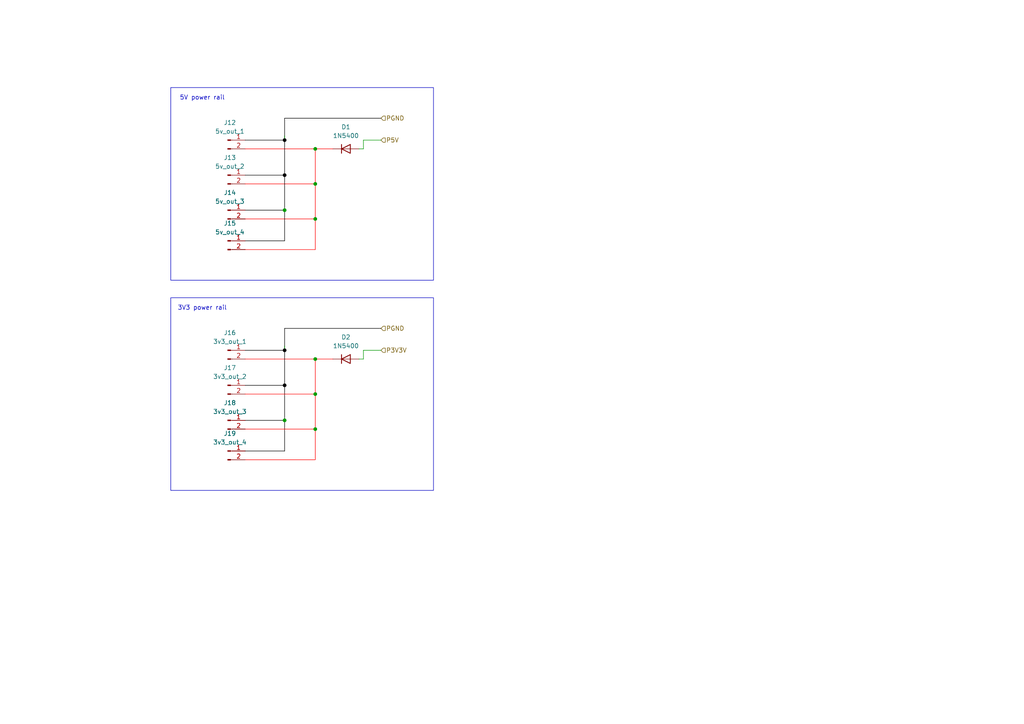
<source format=kicad_sch>
(kicad_sch (version 20250114) (generator "eeschema") (generator_version "9.0")
  (paper "A4")
  (lib_symbols
    (symbol "Connector:Conn_01x02_Pin" (pin_names (offset 1.016) (hide yes))
      (property "Reference" "J" (at 0 2.54 0))
      (property "Value" "Conn_01x02_Pin" (at 0 -5.08 0))
      (symbol "Conn_01x02_Pin_1_1"
        (rectangle (start 0.8636 0.127) (end 0 -0.127) (stroke (width 0.1524)) (fill (type outline)))
        (rectangle (start 0.8636 -2.413) (end 0 -2.667) (stroke (width 0.1524)) (fill (type outline)))
        (polyline (pts (xy 1.27 0) (xy 0.8636 0)) (stroke (width 0.1524)))
        (polyline (pts (xy 1.27 -2.54) (xy 0.8636 -2.54)) (stroke (width 0.1524)))
        (pin passive line (at 5.08 0 180) (length 3.81) (name "Pin_1") (number "1"))
        (pin passive line (at 5.08 -2.54 180) (length 3.81) (name "Pin_2") (number "2"))
      )
    )
    (symbol "Diode:1N5400" (pin_numbers (hide yes)) (pin_names (hide yes))
      (property "Reference" "D" (at 0 2.54 0))
      (property "Value" "1N5400" (at 0 -2.54 0))
      (symbol "1N5400_0_1"
        (polyline (pts (xy -1.27 1.27) (xy -1.27 -1.27)) (stroke (width 0.254)))
        (polyline (pts (xy 1.27 1.27) (xy 1.27 -1.27) (xy -1.27 0) (xy 1.27 1.27)) (stroke (width 0.254)))
        (polyline (pts (xy 1.27 0) (xy -1.27 0)))
      )
      (symbol "1N5400_1_1"
        (pin passive line (at -3.81 0 0) (length 2.54) (name "K") (number "1"))
        (pin passive line (at 3.81 0 180) (length 2.54) (name "A") (number "2"))
      )
    )
  )
  (rectangle (start 49.53 25.4) (end 125.73 81.28))
  (rectangle (start 49.53 86.36) (end 125.73 142.24))
  (text "3V3 power rail" (at 58.674 89.408 0) (effects (font (size 1.27 1.27))))
  (text "5V power rail" (at 58.674 28.448 0) (effects (font (size 1.27 1.27))))
  (junction (at 82.55 111.76) (color 0 0 0 1))
  (junction (at 91.44 63.5))
  (junction (at 82.55 101.6) (color 0 0 0 1))
  (junction (at 91.44 104.14))
  (junction (at 91.44 124.46))
  (junction (at 82.55 60.96))
  (junction (at 82.55 121.92))
  (junction (at 82.55 50.8) (color 0 0 0 1))
  (junction (at 91.44 43.18))
  (junction (at 82.55 40.64) (color 0 0 0 1))
  (junction (at 91.44 114.3))
  (junction (at 91.44 53.34))
  (wire (pts (xy 91.44 43.18) (xy 91.44 53.34)) (stroke (width 0) (color 255 0 0 1)))
  (wire (pts (xy 82.55 101.6) (xy 82.55 100.33)))
  (wire (pts (xy 82.55 130.81) (xy 71.12 130.81)) (stroke (width 0) (color 0 0 0 1)))
  (wire (pts (xy 71.12 53.34) (xy 91.44 53.34)) (stroke (width 0) (color 255 0 0 1)))
  (wire (pts (xy 91.44 104.14) (xy 91.44 114.3)) (stroke (width 0) (color 255 0 0 1)))
  (wire (pts (xy 91.44 43.18) (xy 96.52 43.18)) (stroke (width 0) (color 255 0 0 1)))
  (wire (pts (xy 82.55 95.25) (xy 82.55 101.6)) (stroke (width 0) (color 0 0 0 1)))
  (wire (pts (xy 82.55 34.29) (xy 82.55 40.64)) (stroke (width 0) (color 0 0 0 1)))
  (wire (pts (xy 71.12 43.18) (xy 91.44 43.18)) (stroke (width 0) (color 255 0 0 1)))
  (wire (pts (xy 105.41 43.18) (xy 105.41 40.64)))
  (wire (pts (xy 91.44 114.3) (xy 91.44 124.46)) (stroke (width 0) (color 255 0 0 1)))
  (wire (pts (xy 105.41 104.14) (xy 105.41 101.6)))
  (wire (pts (xy 71.12 63.5) (xy 91.44 63.5)) (stroke (width 0) (color 255 0 0 1)))
  (wire (pts (xy 71.12 104.14) (xy 91.44 104.14)) (stroke (width 0) (color 255 0 0 1)))
  (wire (pts (xy 82.55 40.64) (xy 71.12 40.64)) (stroke (width 0) (color 0 0 0 1)))
  (wire (pts (xy 105.41 40.64) (xy 110.49 40.64)))
  (wire (pts (xy 82.55 121.92) (xy 82.55 111.76)) (stroke (width 0) (color 0 0 0 1)))
  (wire (pts (xy 82.55 40.64) (xy 82.55 39.37)))
  (wire (pts (xy 91.44 124.46) (xy 91.44 133.35)) (stroke (width 0) (color 255 0 0 1)))
  (wire (pts (xy 82.55 50.8) (xy 82.55 40.64)) (stroke (width 0) (color 0 0 0 1)))
  (wire (pts (xy 82.55 60.96) (xy 82.55 50.8)) (stroke (width 0) (color 0 0 0 1)))
  (wire (pts (xy 91.44 63.5) (xy 91.44 72.39)) (stroke (width 0) (color 255 0 0 1)))
  (wire (pts (xy 104.14 43.18) (xy 105.41 43.18)))
  (wire (pts (xy 71.12 124.46) (xy 91.44 124.46)) (stroke (width 0) (color 255 0 0 1)))
  (wire (pts (xy 91.44 104.14) (xy 96.52 104.14)) (stroke (width 0) (color 255 0 0 1)))
  (wire (pts (xy 82.55 69.85) (xy 71.12 69.85)) (stroke (width 0) (color 0 0 0 1)))
  (wire (pts (xy 105.41 101.6) (xy 110.49 101.6)))
  (wire (pts (xy 71.12 60.96) (xy 82.55 60.96)) (stroke (width 0) (color 0 0 0 1)))
  (wire (pts (xy 110.49 95.25) (xy 82.55 95.25)) (stroke (width 0) (color 0 0 0 1)))
  (wire (pts (xy 71.12 121.92) (xy 82.55 121.92)) (stroke (width 0) (color 0 0 0 1)))
  (wire (pts (xy 104.14 104.14) (xy 105.41 104.14)))
  (wire (pts (xy 110.49 34.29) (xy 82.55 34.29)) (stroke (width 0) (color 0 0 0 1)))
  (wire (pts (xy 71.12 114.3) (xy 91.44 114.3)) (stroke (width 0) (color 255 0 0 1)))
  (wire (pts (xy 91.44 133.35) (xy 71.12 133.35)) (stroke (width 0) (color 255 0 0 1)))
  (wire (pts (xy 71.12 50.8) (xy 82.55 50.8)) (stroke (width 0) (color 0 0 0 1)))
  (wire (pts (xy 71.12 111.76) (xy 82.55 111.76)) (stroke (width 0) (color 0 0 0 1)))
  (wire (pts (xy 82.55 60.96) (xy 82.55 69.85)) (stroke (width 0) (color 0 0 0 1)))
  (wire (pts (xy 91.44 72.39) (xy 71.12 72.39)) (stroke (width 0) (color 255 0 0 1)))
  (wire (pts (xy 82.55 121.92) (xy 82.55 130.81)) (stroke (width 0) (color 0 0 0 1)))
  (wire (pts (xy 91.44 53.34) (xy 91.44 63.5)) (stroke (width 0) (color 255 0 0 1)))
  (wire (pts (xy 82.55 111.76) (xy 82.55 101.6)) (stroke (width 0) (color 0 0 0 1)))
  (wire (pts (xy 82.55 101.6) (xy 71.12 101.6)) (stroke (width 0) (color 0 0 0 1)))
  (hierarchical_label "PGND" (shape input) (at 110.49 95.25 0))
  (hierarchical_label "PGND" (shape input) (at 110.49 34.29 0))
  (hierarchical_label "P5V" (shape input) (at 110.49 40.64 0))
  (hierarchical_label "P3V3V" (shape input) (at 110.49 101.6 0))
  (symbol (lib_id "Connector:Conn_01x02_Pin") (at 66.04 60.96 0) (unit 1)
    (property "Reference" "J14" (at 66.675 55.88 0))
    (property "Value" "5v_out_3" (at 66.675 58.42 0))
    (property "Footprint" "Connector_JST:JST_XH_B2B-XH-A_1x02_P2.50mm_Vertical" (effects (hide yes)))
    (property "Description" "Generic connector, single row, 01x02, script generated" (effects (hide yes)))
  )
  (symbol (lib_id "Connector:Conn_01x02_Pin") (at 66.04 121.92 0) (unit 1)
    (property "Reference" "J18" (at 66.675 116.84 0))
    (property "Value" "3v3_out_3" (at 66.675 119.38 0))
    (property "Footprint" "Connector_JST:JST_XH_B2B-XH-A_1x02_P2.50mm_Vertical" (effects (hide yes)))
    (property "Description" "Generic connector, single row, 01x02, script generated" (effects (hide yes)))
  )
  (symbol (lib_id "Diode:1N5400") (at 100.33 43.18 0) (unit 1)
    (property "Reference" "D1" (at 100.33 36.83 0))
    (property "Value" "1N5400" (at 100.33 39.37 0))
    (property "Footprint" "Diode_THT:D_DO-201AD_P15.24mm_Horizontal" (effects (hide yes)))
    (property "Datasheet" "http://www.vishay.com/docs/88516/1n5400.pdf" (effects (hide yes)))
    (property "Description" "50V 3A General Purpose Rectifier Diode, DO-201AD" (effects (hide yes)))
    (property "Sim.Device" "D" (effects (hide yes)))
    (property "Sim.Pins" "1=K 2=A" (effects (hide yes)))
  )
  (symbol (lib_id "Diode:1N5400") (at 100.33 104.14 0) (unit 1)
    (property "Reference" "D2" (at 100.33 97.79 0))
    (property "Value" "1N5400" (at 100.33 100.33 0))
    (property "Footprint" "Diode_THT:D_DO-201AD_P15.24mm_Horizontal" (effects (hide yes)))
    (property "Datasheet" "http://www.vishay.com/docs/88516/1n5400.pdf" (effects (hide yes)))
    (property "Description" "50V 3A General Purpose Rectifier Diode, DO-201AD" (effects (hide yes)))
    (property "Sim.Device" "D" (effects (hide yes)))
    (property "Sim.Pins" "1=K 2=A" (effects (hide yes)))
  )
  (symbol (lib_id "Connector:Conn_01x02_Pin") (at 66.04 69.85 0) (unit 1)
    (property "Reference" "J15" (at 66.675 64.77 0))
    (property "Value" "5v_out_4" (at 66.675 67.31 0))
    (property "Footprint" "Connector_JST:JST_XH_B2B-XH-A_1x02_P2.50mm_Vertical" (effects (hide yes)))
    (property "Description" "Generic connector, single row, 01x02, script generated" (effects (hide yes)))
  )
  (symbol (lib_id "Connector:Conn_01x02_Pin") (at 66.04 130.81 0) (unit 1)
    (property "Reference" "J19" (at 66.675 125.73 0))
    (property "Value" "3v3_out_4" (at 66.675 128.27 0))
    (property "Footprint" "Connector_JST:JST_XH_B2B-XH-A_1x02_P2.50mm_Vertical" (effects (hide yes)))
    (property "Description" "Generic connector, single row, 01x02, script generated" (effects (hide yes)))
  )
  (symbol (lib_id "Connector:Conn_01x02_Pin") (at 66.04 101.6 0) (unit 1)
    (property "Reference" "J16" (at 66.675 96.52 0))
    (property "Value" "3v3_out_1" (at 66.675 99.06 0))
    (property "Footprint" "Connector_JST:JST_XH_B2B-XH-A_1x02_P2.50mm_Vertical" (effects (hide yes)))
    (property "Description" "Generic connector, single row, 01x02, script generated" (effects (hide yes)))
  )
  (symbol (lib_id "Connector:Conn_01x02_Pin") (at 66.04 50.8 0) (unit 1)
    (property "Reference" "J13" (at 66.675 45.72 0))
    (property "Value" "5v_out_2" (at 66.675 48.26 0))
    (property "Footprint" "Connector_JST:JST_XH_B2B-XH-A_1x02_P2.50mm_Vertical" (effects (hide yes)))
    (property "Description" "Generic connector, single row, 01x02, script generated" (effects (hide yes)))
  )
  (symbol (lib_id "Connector:Conn_01x02_Pin") (at 66.04 40.64 0) (unit 1)
    (property "Reference" "J12" (at 66.675 35.56 0))
    (property "Value" "5v_out_1" (at 66.675 38.1 0))
    (property "Footprint" "Connector_JST:JST_XH_B2B-XH-A_1x02_P2.50mm_Vertical" (effects (hide yes)))
    (property "Description" "Generic connector, single row, 01x02, script generated" (effects (hide yes)))
  )
  (symbol (lib_id "Connector:Conn_01x02_Pin") (at 66.04 111.76 0) (unit 1)
    (property "Reference" "J17" (at 66.675 106.68 0))
    (property "Value" "3v3_out_2" (at 66.675 109.22 0))
    (property "Footprint" "Connector_JST:JST_XH_B2B-XH-A_1x02_P2.50mm_Vertical" (effects (hide yes)))
    (property "Description" "Generic connector, single row, 01x02, script generated" (effects (hide yes)))
  )
)
</source>
